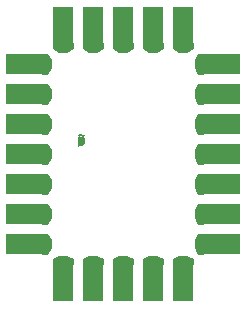
<source format=gbs>
G04 DipTrace 2.4.0.2*
%INkeypad.gbs*%
%MOMM*%
%ADD43R,2.082X1.75*%
%ADD44R,1.65X1.75*%
%ADD45R,1.75X2.082*%
%ADD46R,1.75X1.65*%
%FSLAX53Y53*%
G04*
G71*
G90*
G75*
G01*
%LNBotMask*%
%LPD*%
D46*
X23970Y31590D3*
X21430D3*
X18890D3*
X16350D3*
X13810D3*
G36*
X20555Y30315D2*
Y30820D1*
X22305D1*
Y30315D1*
X21761Y30035D1*
X21099D1*
X20555Y30315D1*
G37*
G36*
X23095D2*
Y30820D1*
X24845D1*
Y30315D1*
X24301Y30035D1*
X23639D1*
X23095Y30315D1*
G37*
G36*
X18015D2*
Y30820D1*
X19765D1*
Y30315D1*
X19221Y30035D1*
X18559D1*
X18015Y30315D1*
G37*
G36*
X12935D2*
Y30820D1*
X14685D1*
Y30315D1*
X14141Y30035D1*
X13479D1*
X12935Y30315D1*
G37*
G36*
X15475D2*
Y30820D1*
X17225D1*
Y30315D1*
X16681Y30035D1*
X16019D1*
X15475Y30315D1*
G37*
D45*
X23970Y32860D3*
X21430D3*
X18890D3*
X16350D3*
X13810D3*
D46*
Y11270D3*
X16350D3*
X18890D3*
X21430D3*
X23970D3*
G36*
X17225Y12545D2*
Y12040D1*
X15475D1*
Y12545D1*
X16019Y12825D1*
X16681D1*
X17225Y12545D1*
G37*
G36*
X14685D2*
Y12040D1*
X12935D1*
Y12545D1*
X13479Y12825D1*
X14141D1*
X14685Y12545D1*
G37*
G36*
X19765D2*
Y12040D1*
X18015D1*
Y12545D1*
X18559Y12825D1*
X19221D1*
X19765Y12545D1*
G37*
G36*
X24845D2*
Y12040D1*
X23095D1*
Y12545D1*
X23639Y12825D1*
X24301D1*
X24845Y12545D1*
G37*
G36*
X22305D2*
Y12040D1*
X20555D1*
Y12545D1*
X21099Y12825D1*
X21761D1*
X22305Y12545D1*
G37*
D45*
X13810Y10000D3*
X16350D3*
X18890D3*
X21430D3*
X23970D3*
D44*
X26510Y16350D3*
Y18890D3*
Y21430D3*
Y23970D3*
Y26510D3*
G36*
X25232Y19765D2*
X25738D1*
Y18015D1*
X25232D1*
X24953Y18559D1*
Y19221D1*
X25232Y19765D1*
G37*
G36*
Y17225D2*
X25738D1*
Y15475D1*
X25232D1*
X24953Y16019D1*
Y16681D1*
X25232Y17225D1*
G37*
G36*
Y22305D2*
X25738D1*
Y20555D1*
X25232D1*
X24953Y21099D1*
Y21761D1*
X25232Y22305D1*
G37*
G36*
Y27385D2*
X25738D1*
Y25635D1*
X25232D1*
X24953Y26179D1*
Y26841D1*
X25232Y27385D1*
G37*
G36*
Y24845D2*
X25738D1*
Y23095D1*
X25232D1*
X24953Y23639D1*
Y24301D1*
X25232Y24845D1*
G37*
D43*
X27780Y16350D3*
Y18890D3*
Y21430D3*
Y23970D3*
Y26510D3*
D44*
X26510Y29050D3*
G36*
X25232Y29925D2*
X25738D1*
Y28175D1*
X25232D1*
X24953Y28719D1*
Y29381D1*
X25232Y29925D1*
G37*
D43*
X27780Y29050D3*
D44*
X26510Y13810D3*
G36*
X25235Y14685D2*
X25740D1*
Y12935D1*
X25235D1*
X24955Y13479D1*
Y14141D1*
X25235Y14685D1*
G37*
D43*
X27780Y13810D3*
D44*
X11270Y26510D3*
Y23970D3*
Y21430D3*
Y18890D3*
Y16350D3*
G36*
X12548Y23095D2*
X12042D1*
Y24845D1*
X12548D1*
X12827Y24301D1*
Y23639D1*
X12548Y23095D1*
G37*
G36*
Y25635D2*
X12042D1*
Y27385D1*
X12548D1*
X12827Y26841D1*
Y26179D1*
X12548Y25635D1*
G37*
G36*
Y20555D2*
X12042D1*
Y22305D1*
X12548D1*
X12827Y21761D1*
Y21099D1*
X12548Y20555D1*
G37*
G36*
Y15475D2*
X12042D1*
Y17225D1*
X12548D1*
X12827Y16681D1*
Y16019D1*
X12548Y15475D1*
G37*
G36*
Y18015D2*
X12042D1*
Y19765D1*
X12548D1*
X12827Y19221D1*
Y18559D1*
X12548Y18015D1*
G37*
D43*
X10000Y26510D3*
Y23970D3*
Y21430D3*
Y18890D3*
Y16350D3*
D44*
X11270Y13810D3*
G36*
X12548Y12935D2*
X12042D1*
Y14685D1*
X12548D1*
X12827Y14141D1*
Y13479D1*
X12548Y12935D1*
G37*
D43*
X10000Y13810D3*
D44*
X11270Y29050D3*
G36*
X12545Y28175D2*
X12040D1*
Y29925D1*
X12545D1*
X12825Y29381D1*
Y28719D1*
X12545Y28175D1*
G37*
D43*
X10000Y29050D3*
G36*
X15057Y22075D2*
X15248Y22104D1*
X15395Y22164D1*
X15489Y22240D1*
X15565Y22316D1*
X15629Y22428D1*
X15654Y22494D1*
X15674Y22589D1*
X15685Y22640D1*
X15690Y22722D1*
X15667Y22787D1*
X15629Y22825D1*
X15603Y22851D1*
X15591Y22915D1*
X15596Y22940D1*
X15611Y22991D1*
X15641Y23018D1*
X15560Y23117D1*
X15484Y23067D1*
X15466D1*
X15430Y23155D1*
X15375Y23168D1*
X15273Y23178D1*
X15380Y22926D1*
Y22894D1*
X15372Y22851D1*
X15349Y22840D1*
X15298Y22861D1*
X15235Y22976D1*
X15164Y23148D1*
X15113Y23122D1*
X15059Y23059D1*
X15133Y22868D1*
X15095Y22875D1*
X15057D1*
Y22075D1*
G37*
M02*

</source>
